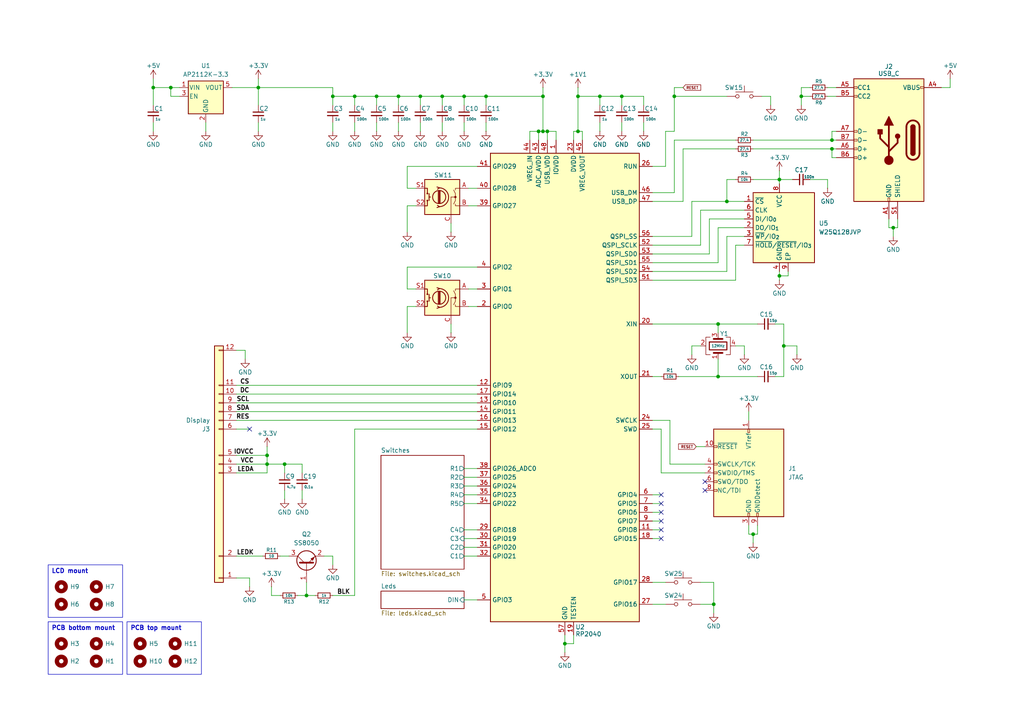
<source format=kicad_sch>
(kicad_sch (version 20250114) (generator "eeschema") (generator_version "9.0")
  (paper "A4")
  (text_box "LCD mount" (at 13.97 163.83 0) (size 21.59 15.24) (margins 0.9525 0.9525 0.9525 0.9525) (effects (font (size 1.27 1.27) (thickness 0.254) (bold yes)) (justify left top)))
  (text_box "PCB bottom mount" (at 13.97 180.34 0) (size 21.59 15.24) (margins 0.9525 0.9525 0.9525 0.9525) (effects (font (size 1.27 1.27) (thickness 0.254) (bold yes)) (justify left top)))
  (text_box "PCB top mount" (at 36.83 180.34 0) (size 21.59 15.24) (margins 0.9525 0.9525 0.9525 0.9525) (effects (font (size 1.27 1.27) (thickness 0.254) (bold yes)) (justify left top)))
  (junction (at 226.06 80.01))
  (junction (at 173.99 27.94))
  (junction (at 49.53 25.4))
  (junction (at 208.28 109.22))
  (junction (at 218.44 154.94))
  (junction (at 128.27 27.94))
  (junction (at 195.58 27.94))
  (junction (at 102.87 27.94))
  (junction (at 134.62 27.94))
  (junction (at 227.33 100.33))
  (junction (at 163.83 186.69))
  (junction (at 232.41 27.94))
  (junction (at 210.82 58.42))
  (junction (at 82.55 134.62))
  (junction (at 180.34 27.94))
  (junction (at 167.64 27.94))
  (junction (at 88.9 172.72))
  (junction (at 44.45 25.4))
  (junction (at 140.97 27.94))
  (junction (at 157.48 27.94))
  (junction (at 157.48 38.1))
  (junction (at 259.08 66.04))
  (junction (at 208.28 93.98))
  (junction (at 226.06 52.07))
  (junction (at 109.22 27.94))
  (junction (at 241.3 40.64))
  (junction (at 241.3 43.18))
  (junction (at 96.52 27.94))
  (junction (at 74.93 25.4))
  (junction (at 156.21 38.1))
  (junction (at 77.47 134.62))
  (junction (at 207.01 175.26))
  (junction (at 167.64 38.1))
  (junction (at 121.92 27.94))
  (junction (at 115.57 27.94))
  (junction (at 77.47 132.08))
  (junction (at 158.75 38.1))
  (no_connect (at 191.77 153.67))
  (no_connect (at 191.77 148.59))
  (no_connect (at 204.47 142.24))
  (no_connect (at 191.77 151.13))
  (no_connect (at 72.39 124.46))
  (no_connect (at 204.47 139.7))
  (no_connect (at 191.77 146.05))
  (no_connect (at 191.77 143.51))
  (no_connect (at 191.77 156.21))
  (wire (pts (xy 102.87 124.46) (xy 138.43 124.46)))
  (wire (pts (xy 166.37 184.15) (xy 166.37 186.69)))
  (wire (pts (xy 68.58 116.84) (xy 138.43 116.84)))
  (wire (pts (xy 71.12 101.6) (xy 71.12 104.14)))
  (wire (pts (xy 208.28 109.22) (xy 219.71 109.22)))
  (wire (pts (xy 74.93 22.86) (xy 74.93 25.4)))
  (wire (pts (xy 134.62 140.97) (xy 138.43 140.97)))
  (wire (pts (xy 158.75 38.1) (xy 157.48 38.1)))
  (wire (pts (xy 260.35 63.5) (xy 260.35 66.04)))
  (wire (pts (xy 208.28 66.04) (xy 215.9 66.04)))
  (wire (pts (xy 259.08 66.04) (xy 260.35 66.04)))
  (wire (pts (xy 193.04 38.1) (xy 195.58 38.1)))
  (wire (pts (xy 196.85 109.22) (xy 208.28 109.22)))
  (wire (pts (xy 102.87 27.94) (xy 109.22 27.94)))
  (wire (pts (xy 121.92 35.56) (xy 121.92 38.1)))
  (wire (pts (xy 49.53 25.4) (xy 49.53 27.94)))
  (wire (pts (xy 273.05 25.4) (xy 275.59 25.4)))
  (wire (pts (xy 78.74 170.18) (xy 78.74 172.72)))
  (wire (pts (xy 134.62 30.48) (xy 134.62 27.94)))
  (wire (pts (xy 68.58 167.64) (xy 72.39 167.64)))
  (wire (pts (xy 200.66 58.42) (xy 210.82 58.42)))
  (wire (pts (xy 156.21 38.1) (xy 156.21 40.64)))
  (wire (pts (xy 118.11 59.69) (xy 118.11 67.31)))
  (wire (pts (xy 203.2 60.96) (xy 215.9 60.96)))
  (wire (pts (xy 210.82 58.42) (xy 210.82 52.07)))
  (wire (pts (xy 153.67 38.1) (xy 156.21 38.1)))
  (wire (pts (xy 77.47 129.54) (xy 77.47 132.08)))
  (wire (pts (xy 189.23 143.51) (xy 191.77 143.51)))
  (wire (pts (xy 128.27 27.94) (xy 134.62 27.94)))
  (wire (pts (xy 232.41 25.4) (xy 232.41 27.94)))
  (wire (pts (xy 203.2 100.33) (xy 200.66 100.33)))
  (wire (pts (xy 166.37 38.1) (xy 167.64 38.1)))
  (wire (pts (xy 109.22 27.94) (xy 115.57 27.94)))
  (wire (pts (xy 231.14 100.33) (xy 231.14 102.87)))
  (wire (pts (xy 220.98 27.94) (xy 223.52 27.94)))
  (wire (pts (xy 121.92 30.48) (xy 121.92 27.94)))
  (wire (pts (xy 82.55 142.24) (xy 82.55 144.78)))
  (wire (pts (xy 189.23 68.58) (xy 200.66 68.58)))
  (wire (pts (xy 227.33 100.33) (xy 231.14 100.33)))
  (wire (pts (xy 240.03 25.4) (xy 242.57 25.4)))
  (wire (pts (xy 234.95 25.4) (xy 232.41 25.4)))
  (wire (pts (xy 210.82 58.42) (xy 215.9 58.42)))
  (wire (pts (xy 130.81 93.98) (xy 130.81 96.52)))
  (wire (pts (xy 189.23 124.46) (xy 191.77 124.46)))
  (wire (pts (xy 59.69 35.56) (xy 59.69 38.1)))
  (wire (pts (xy 81.28 161.29) (xy 83.82 161.29)))
  (wire (pts (xy 134.62 153.67) (xy 138.43 153.67)))
  (wire (pts (xy 49.53 25.4) (xy 44.45 25.4)))
  (wire (pts (xy 241.3 40.64) (xy 242.57 40.64)))
  (wire (pts (xy 118.11 48.26) (xy 138.43 48.26)))
  (wire (pts (xy 115.57 35.56) (xy 115.57 38.1)))
  (wire (pts (xy 275.59 22.86) (xy 275.59 25.4)))
  (wire (pts (xy 189.23 146.05) (xy 191.77 146.05)))
  (wire (pts (xy 78.74 172.72) (xy 81.28 172.72)))
  (wire (pts (xy 120.65 59.69) (xy 118.11 59.69)))
  (wire (pts (xy 74.93 35.56) (xy 74.93 38.1)))
  (wire (pts (xy 217.17 119.38) (xy 217.17 121.92)))
  (wire (pts (xy 44.45 22.86) (xy 44.45 25.4)))
  (wire (pts (xy 77.47 134.62) (xy 82.55 134.62)))
  (wire (pts (xy 203.2 168.91) (xy 207.01 168.91)))
  (wire (pts (xy 161.29 38.1) (xy 158.75 38.1)))
  (wire (pts (xy 226.06 52.07) (xy 229.87 52.07)))
  (wire (pts (xy 241.3 43.18) (xy 242.57 43.18)))
  (wire (pts (xy 68.58 119.38) (xy 138.43 119.38)))
  (wire (pts (xy 259.08 66.04) (xy 259.08 68.58)))
  (wire (pts (xy 189.23 168.91) (xy 193.04 168.91)))
  (wire (pts (xy 52.07 25.4) (xy 49.53 25.4)))
  (wire (pts (xy 118.11 88.9) (xy 118.11 96.52)))
  (wire (pts (xy 134.62 35.56) (xy 134.62 38.1)))
  (wire (pts (xy 195.58 38.1) (xy 195.58 27.94)))
  (wire (pts (xy 158.75 40.64) (xy 158.75 38.1)))
  (wire (pts (xy 205.74 73.66) (xy 205.74 63.5)))
  (wire (pts (xy 189.23 81.28) (xy 213.36 81.28)))
  (wire (pts (xy 68.58 124.46) (xy 72.39 124.46)))
  (wire (pts (xy 115.57 27.94) (xy 121.92 27.94)))
  (wire (pts (xy 218.44 154.94) (xy 219.71 154.94)))
  (wire (pts (xy 77.47 134.62) (xy 77.47 132.08)))
  (wire (pts (xy 163.83 184.15) (xy 163.83 186.69)))
  (wire (pts (xy 109.22 35.56) (xy 109.22 38.1)))
  (wire (pts (xy 200.66 100.33) (xy 200.66 102.87)))
  (wire (pts (xy 195.58 40.64) (xy 213.36 40.64)))
  (wire (pts (xy 72.39 167.64) (xy 72.39 170.18)))
  (wire (pts (xy 210.82 68.58) (xy 215.9 68.58)))
  (wire (pts (xy 241.3 43.18) (xy 241.3 45.72)))
  (wire (pts (xy 96.52 27.94) (xy 102.87 27.94)))
  (wire (pts (xy 167.64 25.4) (xy 167.64 27.94)))
  (wire (pts (xy 189.23 55.88) (xy 195.58 55.88)))
  (wire (pts (xy 218.44 154.94) (xy 218.44 157.48)))
  (wire (pts (xy 120.65 54.61) (xy 118.11 54.61)))
  (wire (pts (xy 77.47 137.16) (xy 77.47 134.62)))
  (wire (pts (xy 217.17 152.4) (xy 217.17 154.94)))
  (wire (pts (xy 195.58 25.4) (xy 195.58 27.94)))
  (wire (pts (xy 135.89 88.9) (xy 138.43 88.9)))
  (wire (pts (xy 74.93 25.4) (xy 74.93 30.48)))
  (wire (pts (xy 194.31 134.62) (xy 194.31 121.92)))
  (wire (pts (xy 86.36 172.72) (xy 88.9 172.72)))
  (wire (pts (xy 213.36 71.12) (xy 215.9 71.12)))
  (wire (pts (xy 226.06 80.01) (xy 226.06 81.28)))
  (wire (pts (xy 134.62 146.05) (xy 138.43 146.05)))
  (wire (pts (xy 208.28 104.14) (xy 208.28 109.22)))
  (wire (pts (xy 135.89 59.69) (xy 138.43 59.69)))
  (wire (pts (xy 166.37 40.64) (xy 166.37 38.1)))
  (wire (pts (xy 242.57 45.72) (xy 241.3 45.72)))
  (wire (pts (xy 189.23 153.67) (xy 191.77 153.67)))
  (wire (pts (xy 195.58 25.4) (xy 198.12 25.4)))
  (wire (pts (xy 189.23 93.98) (xy 208.28 93.98)))
  (wire (pts (xy 228.6 80.01) (xy 226.06 80.01)))
  (wire (pts (xy 189.23 78.74) (xy 210.82 78.74)))
  (wire (pts (xy 208.28 93.98) (xy 219.71 93.98)))
  (wire (pts (xy 134.62 27.94) (xy 140.97 27.94)))
  (wire (pts (xy 189.23 48.26) (xy 193.04 48.26)))
  (wire (pts (xy 207.01 175.26) (xy 207.01 177.8)))
  (wire (pts (xy 96.52 25.4) (xy 96.52 27.94)))
  (wire (pts (xy 189.23 73.66) (xy 205.74 73.66)))
  (wire (pts (xy 167.64 38.1) (xy 167.64 27.94)))
  (wire (pts (xy 134.62 158.75) (xy 138.43 158.75)))
  (wire (pts (xy 130.81 64.77) (xy 130.81 67.31)))
  (wire (pts (xy 213.36 81.28) (xy 213.36 71.12)))
  (wire (pts (xy 134.62 143.51) (xy 138.43 143.51)))
  (wire (pts (xy 68.58 137.16) (xy 77.47 137.16)))
  (wire (pts (xy 201.93 129.54) (xy 204.47 129.54)))
  (wire (pts (xy 68.58 134.62) (xy 77.47 134.62)))
  (wire (pts (xy 200.66 68.58) (xy 200.66 58.42)))
  (wire (pts (xy 213.36 100.33) (xy 215.9 100.33)))
  (wire (pts (xy 241.3 38.1) (xy 241.3 40.64)))
  (wire (pts (xy 228.6 78.74) (xy 228.6 80.01)))
  (wire (pts (xy 134.62 156.21) (xy 138.43 156.21)))
  (wire (pts (xy 173.99 27.94) (xy 173.99 30.48)))
  (wire (pts (xy 189.23 71.12) (xy 203.2 71.12)))
  (wire (pts (xy 167.64 38.1) (xy 168.91 38.1)))
  (wire (pts (xy 186.69 27.94) (xy 186.69 30.48)))
  (wire (pts (xy 128.27 30.48) (xy 128.27 27.94)))
  (wire (pts (xy 208.28 76.2) (xy 208.28 66.04)))
  (wire (pts (xy 224.79 93.98) (xy 227.33 93.98)))
  (wire (pts (xy 257.81 63.5) (xy 257.81 66.04)))
  (wire (pts (xy 93.98 161.29) (xy 96.52 161.29)))
  (wire (pts (xy 218.44 52.07) (xy 226.06 52.07)))
  (wire (pts (xy 68.58 132.08) (xy 77.47 132.08)))
  (wire (pts (xy 118.11 83.82) (xy 118.11 77.47)))
  (wire (pts (xy 166.37 186.69) (xy 163.83 186.69)))
  (wire (pts (xy 96.52 35.56) (xy 96.52 38.1)))
  (wire (pts (xy 203.2 175.26) (xy 207.01 175.26)))
  (wire (pts (xy 157.48 38.1) (xy 156.21 38.1)))
  (wire (pts (xy 204.47 134.62) (xy 194.31 134.62)))
  (wire (pts (xy 242.57 38.1) (xy 241.3 38.1)))
  (wire (pts (xy 226.06 78.74) (xy 226.06 80.01)))
  (wire (pts (xy 140.97 27.94) (xy 157.48 27.94)))
  (wire (pts (xy 218.44 40.64) (xy 241.3 40.64)))
  (wire (pts (xy 226.06 52.07) (xy 226.06 53.34)))
  (wire (pts (xy 96.52 30.48) (xy 96.52 27.94)))
  (wire (pts (xy 210.82 78.74) (xy 210.82 68.58)))
  (wire (pts (xy 240.03 52.07) (xy 240.03 54.61)))
  (wire (pts (xy 102.87 172.72) (xy 102.87 124.46)))
  (wire (pts (xy 120.65 88.9) (xy 118.11 88.9)))
  (wire (pts (xy 195.58 55.88) (xy 195.58 40.64)))
  (wire (pts (xy 115.57 30.48) (xy 115.57 27.94)))
  (wire (pts (xy 193.04 48.26) (xy 193.04 38.1)))
  (wire (pts (xy 128.27 35.56) (xy 128.27 38.1)))
  (wire (pts (xy 168.91 38.1) (xy 168.91 40.64)))
  (wire (pts (xy 210.82 52.07) (xy 213.36 52.07)))
  (wire (pts (xy 194.31 121.92) (xy 189.23 121.92)))
  (wire (pts (xy 68.58 101.6) (xy 71.12 101.6)))
  (wire (pts (xy 44.45 25.4) (xy 44.45 30.48)))
  (wire (pts (xy 102.87 30.48) (xy 102.87 27.94)))
  (wire (pts (xy 257.81 66.04) (xy 259.08 66.04)))
  (wire (pts (xy 218.44 43.18) (xy 241.3 43.18)))
  (wire (pts (xy 82.55 134.62) (xy 87.63 134.62)))
  (wire (pts (xy 102.87 35.56) (xy 102.87 38.1)))
  (wire (pts (xy 227.33 93.98) (xy 227.33 100.33)))
  (wire (pts (xy 215.9 100.33) (xy 215.9 102.87)))
  (wire (pts (xy 140.97 30.48) (xy 140.97 27.94)))
  (wire (pts (xy 180.34 27.94) (xy 180.34 30.48)))
  (wire (pts (xy 87.63 134.62) (xy 87.63 137.16)))
  (wire (pts (xy 198.12 43.18) (xy 213.36 43.18)))
  (wire (pts (xy 134.62 173.99) (xy 138.43 173.99)))
  (wire (pts (xy 134.62 161.29) (xy 138.43 161.29)))
  (wire (pts (xy 208.28 93.98) (xy 208.28 96.52)))
  (wire (pts (xy 121.92 27.94) (xy 128.27 27.94)))
  (wire (pts (xy 173.99 27.94) (xy 180.34 27.94)))
  (wire (pts (xy 232.41 27.94) (xy 234.95 27.94)))
  (wire (pts (xy 68.58 111.76) (xy 138.43 111.76)))
  (wire (pts (xy 195.58 27.94) (xy 210.82 27.94)))
  (wire (pts (xy 153.67 40.64) (xy 153.67 38.1)))
  (wire (pts (xy 232.41 27.94) (xy 232.41 30.48)))
  (wire (pts (xy 68.58 121.92) (xy 138.43 121.92)))
  (wire (pts (xy 219.71 154.94) (xy 219.71 152.4)))
  (wire (pts (xy 217.17 154.94) (xy 218.44 154.94)))
  (wire (pts (xy 161.29 40.64) (xy 161.29 38.1)))
  (wire (pts (xy 118.11 77.47) (xy 138.43 77.47)))
  (wire (pts (xy 205.74 63.5) (xy 215.9 63.5)))
  (wire (pts (xy 189.23 156.21) (xy 191.77 156.21)))
  (wire (pts (xy 96.52 172.72) (xy 102.87 172.72)))
  (wire (pts (xy 226.06 49.53) (xy 226.06 52.07)))
  (wire (pts (xy 118.11 54.61) (xy 118.11 48.26)))
  (wire (pts (xy 189.23 148.59) (xy 191.77 148.59)))
  (wire (pts (xy 68.58 161.29) (xy 76.2 161.29)))
  (wire (pts (xy 234.95 52.07) (xy 240.03 52.07)))
  (wire (pts (xy 240.03 27.94) (xy 242.57 27.94)))
  (wire (pts (xy 189.23 76.2) (xy 208.28 76.2)))
  (wire (pts (xy 140.97 35.56) (xy 140.97 38.1)))
  (wire (pts (xy 223.52 27.94) (xy 223.52 30.48)))
  (wire (pts (xy 82.55 134.62) (xy 82.55 137.16)))
  (wire (pts (xy 189.23 151.13) (xy 191.77 151.13)))
  (wire (pts (xy 157.48 27.94) (xy 157.48 38.1)))
  (wire (pts (xy 44.45 35.56) (xy 44.45 38.1)))
  (wire (pts (xy 191.77 137.16) (xy 204.47 137.16)))
  (wire (pts (xy 198.12 58.42) (xy 189.23 58.42)))
  (wire (pts (xy 180.34 35.56) (xy 180.34 38.1)))
  (wire (pts (xy 67.31 25.4) (xy 74.93 25.4)))
  (wire (pts (xy 191.77 124.46) (xy 191.77 137.16)))
  (wire (pts (xy 120.65 83.82) (xy 118.11 83.82)))
  (wire (pts (xy 227.33 100.33) (xy 227.33 109.22)))
  (wire (pts (xy 163.83 186.69) (xy 163.83 189.23)))
  (wire (pts (xy 227.33 109.22) (xy 224.79 109.22)))
  (wire (pts (xy 135.89 83.82) (xy 138.43 83.82)))
  (wire (pts (xy 74.93 25.4) (xy 96.52 25.4)))
  (wire (pts (xy 68.58 114.3) (xy 138.43 114.3)))
  (wire (pts (xy 52.07 27.94) (xy 49.53 27.94)))
  (wire (pts (xy 198.12 43.18) (xy 198.12 58.42)))
  (wire (pts (xy 157.48 25.4) (xy 157.48 27.94)))
  (wire (pts (xy 186.69 35.56) (xy 186.69 38.1)))
  (wire (pts (xy 88.9 172.72) (xy 91.44 172.72)))
  (wire (pts (xy 180.34 27.94) (xy 186.69 27.94)))
  (wire (pts (xy 135.89 54.61) (xy 138.43 54.61)))
  (wire (pts (xy 173.99 35.56) (xy 173.99 38.1)))
  (wire (pts (xy 167.64 27.94) (xy 173.99 27.94)))
  (wire (pts (xy 134.62 135.89) (xy 138.43 135.89)))
  (wire (pts (xy 189.23 109.22) (xy 191.77 109.22)))
  (wire (pts (xy 96.52 161.29) (xy 96.52 163.83)))
  (wire (pts (xy 207.01 168.91) (xy 207.01 175.26)))
  (wire (pts (xy 109.22 30.48) (xy 109.22 27.94)))
  (wire (pts (xy 134.62 138.43) (xy 138.43 138.43)))
  (wire (pts (xy 88.9 168.91) (xy 88.9 172.72)))
  (wire (pts (xy 203.2 71.12) (xy 203.2 60.96)))
  (wire (pts (xy 189.23 175.26) (xy 193.04 175.26)))
  (wire (pts (xy 87.63 142.24) (xy 87.63 144.78)))
  (label "SCL" (at 72.39 116.84 180) (effects (font (thickness 0.254) (bold yes))))
  (label "CS" (at 72.39 111.76 180) (effects (font (thickness 0.254) (bold yes))))
  (label "LEDA" (at 73.66 137.16 180) (effects (font (thickness 0.254) (bold yes))))
  (label "LEDK" (at 73.66 161.29 180) (effects (font (thickness 0.254) (bold yes))))
  (label "IOVCC" (at 73.66 132.08 180) (effects (font (thickness 0.254) (bold yes))))
  (label "RES" (at 72.39 121.92 180) (effects (font (thickness 0.254) (bold yes))))
  (label "BLK" (at 101.6 172.72 180) (effects (font (thickness 0.254) (bold yes))))
  (label "DC" (at 72.39 114.3 180) (effects (font (thickness 0.254) (bold yes))))
  (label "VCC" (at 73.66 134.62 180) (effects (font (thickness 0.254) (bold yes))))
  (label "SDA" (at 72.39 119.38 180) (effects (font (thickness 0.254) (bold yes))))
  (global_label "RESET" (shape input) (at 198.12 25.4 0) (effects (font (size 0.762 0.762) (thickness 0.1524) (bold yes))) (property "Intersheetrefs" "${INTERSHEET_REFS}" (effects (hide yes))))
  (global_label "RESET" (shape input) (at 201.93 129.54 180) (effects (font (size 0.762 0.762) (thickness 0.1524) (bold yes))) (property "Intersheetrefs" "${INTERSHEET_REFS}" (effects (hide yes))))
  (symbol (lib_id "Connector:USB_C_Receptacle_USB2.0_14P") (at 257.81 40.64 0) (mirror y) (unit 1)
    (property "Reference" "J2" (at 257.81 19.304 0))
    (property "Value" "USB_C" (at 257.81 21.336 0))
    (property "Footprint" "Connector_USB:USB_C_Receptacle_JAE_DX07S016JA1R1500" (effects (hide yes)))
    (property "Datasheet" "https://www.usb.org/sites/default/files/documents/usb_type-c.zip" (effects (hide yes)))
    (property "Description" "USB 2.0-only 14P Type-C Receptacle connector" (effects (hide yes)))
  )
  (symbol (lib_id "Mechanical:MountingHole") (at 27.94 170.18 0) (unit 1) (in_bom no)
    (property "Reference" "H7" (at 30.48 170.1799 0) (effects (justify left)))
    (property "Value" "MountingHole" (effects (hide yes)))
    (property "Footprint" "MountingHole:MountingHole_2.2mm_M2_DIN965" (effects (hide yes)))
    (property "Description" "Mounting Hole without connection" (effects (hide yes)))
  )
  (symbol (lib_id "Memory_Flash:W25Q128JVP") (at 226.06 66.04 0) (unit 1)
    (property "Reference" "U5" (at 237.49 64.7699 0) (effects (justify left)))
    (property "Value" "W25Q128JVP" (at 237.49 67.3099 0) (effects (justify left)))
    (property "Footprint" "Package_SON:WSON-8-1EP_6x5mm_P1.27mm_EP3.4x4.3mm" (effects (hide yes)))
    (property "Datasheet" "https://www.winbond.com/resource-files/w25q128jv_dtr%20revc%2003272018%20plus.pdf" (effects (hide yes)))
    (property "Description" "128Mbit / 16MiB Serial Flash Memory, Standard/Dual/Quad SPI, 2.7-3.6V, WSON-8" (effects (hide yes)))
  )
  (symbol (lib_id "Mechanical:MountingHole") (at 17.78 175.26 0) (unit 1) (in_bom no)
    (property "Reference" "H6" (at 20.32 175.2599 0) (effects (justify left)))
    (property "Value" "MountingHole" (effects (hide yes)))
    (property "Footprint" "MountingHole:MountingHole_2.2mm_M2_DIN965" (effects (hide yes)))
    (property "Description" "Mounting Hole without connection" (effects (hide yes)))
  )
  (symbol (lib_id "power:GND") (at 71.12 104.14 0) (mirror y) (unit 1)
    (property "Reference" "#PWR052" (effects (hide yes)))
    (property "Value" "GND" (at 71.12 107.95 0))
    (property "Description" "Power symbol creates a global label with name \"GND\" , ground" (effects (hide yes)))
  )
  (symbol (lib_id "power:+5V") (at 44.45 22.86 0) (unit 1)
    (property "Reference" "#PWR01" (effects (hide yes)))
    (property "Value" "+5V" (at 44.45 19.05 0))
    (property "Description" "Power symbol creates a global label with name \"+5V\"" (effects (hide yes)))
  )
  (symbol (lib_id "power:GND") (at 44.45 38.1 0) (unit 1)
    (property "Reference" "#PWR02" (effects (hide yes)))
    (property "Value" "GND" (at 44.45 41.91 0))
    (property "Description" "Power symbol creates a global label with name \"GND\" , ground" (effects (hide yes)))
  )
  (symbol (lib_id "Device:C_Small") (at 115.57 33.02 0) (unit 1)
    (property "Reference" "C6" (at 115.824 31.496 0) (effects (justify left)))
    (property "Value" "100n" (at 116.078 34.544 0) (effects (font (size 0.762 0.762) (thickness 0.1524) (bold yes)) (justify left)))
    (property "Footprint" "Capacitor_SMD:C_0402_1005Metric" (effects (hide yes)))
    (property "Description" "Unpolarized capacitor, small symbol" (effects (hide yes)))
  )
  (symbol (lib_id "Switch:SW_Push") (at 198.12 175.26 0) (unit 1)
    (property "Reference" "SW24" (at 195.326 172.72 0))
    (property "Value" "Kailh choc v2" (effects (hide yes)))
    (property "Footprint" "Button_Switch_THT:SW_PUSH_6mm" (effects (hide yes)))
    (property "Description" "Push button switch, generic, two pins" (effects (hide yes)))
  )
  (symbol (lib_id "Device:C_Small") (at 44.45 33.02 0) (unit 1)
    (property "Reference" "C1" (at 44.704 31.496 0) (effects (justify left)))
    (property "Value" "1u" (at 44.958 34.544 0) (effects (font (size 0.762 0.762) (thickness 0.1524) (bold yes)) (justify left)))
    (property "Footprint" "Capacitor_SMD:C_0402_1005Metric" (effects (hide yes)))
    (property "Description" "Unpolarized capacitor, small symbol" (effects (hide yes)))
  )
  (symbol (lib_id "Device:R_Small") (at 215.9 52.07 90) (unit 1)
    (property "Reference" "R4" (at 215.9 50.292 90) (effects (font (size 1.016 1.016))))
    (property "Value" "10k" (at 215.9 52.07 90) (effects (font (size 0.762 0.762) (thickness 0.1524) (bold yes))))
    (property "Footprint" "Resistor_SMD:R_0402_1005Metric" (effects (hide yes)))
    (property "Description" "Resistor, small symbol" (effects (hide yes)))
  )
  (symbol (lib_id "power:GND") (at 259.08 68.58 0) (unit 1)
    (property "Reference" "#PWR035" (effects (hide yes)))
    (property "Value" "GND" (at 259.08 72.39 0))
    (property "Description" "Power symbol creates a global label with name \"GND\" , ground" (effects (hide yes)))
  )
  (symbol (lib_id "Switch:SW_Push") (at 215.9 27.94 0) (unit 1)
    (property "Reference" "SW15" (at 212.852 25.4 0))
    (property "Value" "RESET" (effects (hide yes)))
    (property "Footprint" "Button_Switch_SMD:SW_Push_1P1T_NO_CK_KMR2" (effects (hide yes)))
    (property "Description" "Push button switch, generic, two pins" (effects (hide yes)))
  )
  (symbol (lib_id "Device:C_Small") (at 232.41 52.07 270) (unit 1)
    (property "Reference" "C17" (at 232.41 49.276 90))
    (property "Value" "100n" (at 234.696 51.308 90) (effects (font (size 0.762 0.762) (thickness 0.1524) (bold yes))))
    (property "Footprint" "Capacitor_SMD:C_0402_1005Metric" (effects (hide yes)))
    (property "Description" "Unpolarized capacitor, small symbol" (effects (hide yes)))
  )
  (symbol (lib_id "Device:R_Small") (at 93.98 172.72 90) (unit 1)
    (property "Reference" "R12" (at 93.98 174.498 90) (effects (font (size 1.016 1.016))))
    (property "Value" "1k" (at 93.98 172.72 90) (effects (font (size 0.762 0.762) (thickness 0.1524) (bold yes))))
    (property "Footprint" "Resistor_SMD:R_0402_1005Metric" (effects (hide yes)))
    (property "Description" "Resistor, small symbol" (effects (hide yes)))
  )
  (symbol (lib_id "Device:C_Small") (at 82.55 139.7 0) (unit 1)
    (property "Reference" "C9" (at 82.804 138.176 0) (effects (justify left)))
    (property "Value" "4.7u" (at 83.058 141.224 0) (effects (font (size 0.762 0.762) (thickness 0.1524) (bold yes)) (justify left)))
    (property "Footprint" "Capacitor_SMD:C_0402_1005Metric" (effects (hide yes)))
    (property "Description" "Unpolarized capacitor, small symbol" (effects (hide yes)))
  )
  (symbol (lib_id "Device:R_Small") (at 215.9 43.18 90) (unit 1)
    (property "Reference" "R3" (at 215.9 44.958 90) (effects (font (size 1.016 1.016))))
    (property "Value" "27,4" (at 215.9 43.18 90) (effects (font (size 0.762 0.762) (thickness 0.1524) (bold yes))))
    (property "Footprint" "Resistor_SMD:R_0402_1005Metric" (effects (hide yes)))
    (property "Description" "Resistor, small symbol" (effects (hide yes)))
  )
  (symbol (lib_id "power:+3.3V") (at 226.06 49.53 0) (unit 1)
    (property "Reference" "#PWR030" (effects (hide yes)))
    (property "Value" "+3.3V" (at 226.06 45.72 0))
    (property "Description" "Power symbol creates a global label with name \"+3.3V\"" (effects (hide yes)))
  )
  (symbol (lib_id "Mechanical:MountingHole") (at 17.78 170.18 0) (unit 1) (in_bom no)
    (property "Reference" "H9" (at 20.32 170.1799 0) (effects (justify left)))
    (property "Value" "MountingHole" (effects (hide yes)))
    (property "Footprint" "MountingHole:MountingHole_2.2mm_M2_DIN965" (effects (hide yes)))
    (property "Description" "Mounting Hole without connection" (effects (hide yes)))
  )
  (symbol (lib_id "power:GND") (at 218.44 157.48 0) (mirror y) (unit 1)
    (property "Reference" "#PWR028" (effects (hide yes)))
    (property "Value" "GND" (at 218.44 161.29 0))
    (property "Description" "Power symbol creates a global label with name \"GND\" , ground" (effects (hide yes)))
  )
  (symbol (lib_id "power:GND") (at 163.83 189.23 0) (unit 1)
    (property "Reference" "#PWR020" (effects (hide yes)))
    (property "Value" "GND" (at 163.83 193.04 0))
    (property "Description" "Power symbol creates a global label with name \"GND\" , ground" (effects (hide yes)))
  )
  (symbol (lib_id "Device:R_Small") (at 78.74 161.29 90) (unit 1)
    (property "Reference" "R11" (at 78.74 159.512 90) (effects (font (size 1.016 1.016))))
    (property "Value" "10" (at 78.74 161.29 90) (effects (font (size 0.762 0.762) (thickness 0.1524) (bold yes))))
    (property "Footprint" "Resistor_SMD:R_0402_1005Metric" (effects (hide yes)))
    (property "Description" "Resistor, small symbol" (effects (hide yes)))
  )
  (symbol (lib_id "Device:C_Small") (at 173.99 33.02 0) (unit 1)
    (property "Reference" "C12" (at 174.244 31.496 0) (effects (justify left)))
    (property "Value" "1u" (at 174.498 34.544 0) (effects (font (size 0.762 0.762) (thickness 0.1524) (bold yes)) (justify left)))
    (property "Footprint" "Capacitor_SMD:C_0402_1005Metric" (effects (hide yes)))
    (property "Description" "Unpolarized capacitor, small symbol" (effects (hide yes)))
  )
  (symbol (lib_id "power:GND") (at 74.93 38.1 0) (unit 1)
    (property "Reference" "#PWR05" (effects (hide yes)))
    (property "Value" "GND" (at 74.93 41.91 0))
    (property "Description" "Power symbol creates a global label with name \"GND\" , ground" (effects (hide yes)))
  )
  (symbol (lib_id "power:GND") (at 232.41 30.48 0) (unit 1)
    (property "Reference" "#PWR033" (effects (hide yes)))
    (property "Value" "GND" (at 232.41 34.29 0))
    (property "Description" "Power symbol creates a global label with name \"GND\" , ground" (effects (hide yes)))
  )
  (symbol (lib_id "Mechanical:MountingHole") (at 27.94 191.77 0) (unit 1) (in_bom no)
    (property "Reference" "H1" (at 30.48 191.7699 0) (effects (justify left)))
    (property "Value" "MountingHole" (effects (hide yes)))
    (property "Footprint" "MountingHole:MountingHole_2.2mm_M2_DIN965" (effects (hide yes)))
    (property "Description" "Mounting Hole without connection" (effects (hide yes)))
  )
  (symbol (lib_id "power:GND") (at 109.22 38.1 0) (unit 1)
    (property "Reference" "#PWR010" (effects (hide yes)))
    (property "Value" "GND" (at 109.22 41.91 0))
    (property "Description" "Power symbol creates a global label with name \"GND\" , ground" (effects (hide yes)))
  )
  (symbol (lib_id "Switch:SW_Push") (at 198.12 168.91 0) (unit 1)
    (property "Reference" "SW25" (at 195.326 166.37 0))
    (property "Value" "Kailh choc v2" (effects (hide yes)))
    (property "Footprint" "Button_Switch_THT:SW_PUSH_6mm" (effects (hide yes)))
    (property "Description" "Push button switch, generic, two pins" (effects (hide yes)))
  )
  (symbol (lib_id "Device:C_Small") (at 222.25 93.98 90) (unit 1)
    (property "Reference" "C15" (at 222.25 91.186 90))
    (property "Value" "15p" (at 224.282 92.964 90) (effects (font (size 0.762 0.762) (thickness 0.1524) (bold yes))))
    (property "Footprint" "Capacitor_SMD:C_0402_1005Metric" (effects (hide yes)))
    (property "Description" "Unpolarized capacitor, small symbol" (effects (hide yes)))
  )
  (symbol (lib_id "power:GND") (at 134.62 38.1 0) (unit 1)
    (property "Reference" "#PWR016" (effects (hide yes)))
    (property "Value" "GND" (at 134.62 41.91 0))
    (property "Description" "Power symbol creates a global label with name \"GND\" , ground" (effects (hide yes)))
  )
  (symbol (lib_id "power:GND") (at 130.81 96.52 0) (mirror y) (unit 1)
    (property "Reference" "#PWR012" (effects (hide yes)))
    (property "Value" "GND" (at 130.81 100.33 0))
    (property "Description" "Power symbol creates a global label with name \"GND\" , ground" (effects (hide yes)))
  )
  (symbol (lib_id "Connector_Generic:Conn_01x12") (at 63.5 124.46 180) (unit 1)
    (property "Reference" "J3" (at 60.96 124.4601 0) (effects (justify left)))
    (property "Value" "Display" (at 60.96 121.9201 0) (effects (justify left)))
    (property "Footprint" "Connector_FFC-FPC:Hirose_FH12-12S-0.5SH_1x12-1MP_P0.50mm_Horizontal" (effects (hide yes)))
    (property "Description" "Generic connector, single row, 01x12, script generated (kicad-library-utils/schlib/autogen/connector/)" (effects (hide yes)))
  )
  (symbol (lib_id "power:GND") (at 207.01 177.8 0) (mirror y) (unit 1)
    (property "Reference" "#PWR056" (effects (hide yes)))
    (property "Value" "GND" (at 207.01 181.61 0))
    (property "Description" "Power symbol creates a global label with name \"GND\" , ground" (effects (hide yes)))
  )
  (symbol (lib_id "Mechanical:MountingHole") (at 50.8 191.77 0) (unit 1) (in_bom no)
    (property "Reference" "H12" (at 53.34 191.7699 0) (effects (justify left)))
    (property "Value" "MountingHole" (effects (hide yes)))
    (property "Footprint" "MountingHole:MountingHole_2.2mm_M2_DIN965" (effects (hide yes)))
    (property "Description" "Mounting Hole without connection" (effects (hide yes)))
  )
  (symbol (lib_id "Device:R_Small") (at 194.31 109.22 90) (unit 1)
    (property "Reference" "R1" (at 194.31 107.442 90) (effects (font (size 1.016 1.016))))
    (property "Value" "10k" (at 194.31 109.22 90) (effects (font (size 0.762 0.762) (thickness 0.1524) (bold yes))))
    (property "Footprint" "Resistor_SMD:R_0402_1005Metric" (effects (hide yes)))
    (property "Description" "Resistor, small symbol" (effects (hide yes)))
  )
  (symbol (lib_id "Device:R_Small") (at 215.9 40.64 90) (unit 1)
    (property "Reference" "R2" (at 215.9 38.862 90) (effects (font (size 1.016 1.016))))
    (property "Value" "27,4" (at 215.9 40.64 90) (effects (font (size 0.762 0.762) (thickness 0.1524) (bold yes))))
    (property "Footprint" "Resistor_SMD:R_0402_1005Metric" (effects (hide yes)))
    (property "Description" "Resistor, small symbol" (effects (hide yes)))
  )
  (symbol (lib_id "power:GND") (at 186.69 38.1 0) (unit 1)
    (property "Reference" "#PWR024" (effects (hide yes)))
    (property "Value" "GND" (at 186.69 41.91 0))
    (property "Description" "Power symbol creates a global label with name \"GND\" , ground" (effects (hide yes)))
  )
  (symbol (lib_id "MCU_RaspberryPi:RP2040") (at 163.83 86.36 0) (mirror y) (unit 1)
    (property "Reference" "U2" (at 166.878 181.864 0) (effects (justify right)))
    (property "Value" "RP2040" (at 166.878 183.896 0) (effects (justify right)))
    (property "Footprint" "Package_DFN_QFN:QFN-56-1EP_7x7mm_P0.4mm_EP3.2x3.2mm" (effects (hide yes)))
    (property "Datasheet" "https://datasheets.raspberrypi.com/rp2040/rp2040-datasheet.pdf" (effects (hide yes)))
    (property "Description" "A microcontroller by Raspberry Pi" (effects (hide yes)))
  )
  (symbol (lib_id "power:GND") (at 223.52 30.48 0) (unit 1)
    (property "Reference" "#PWR029" (effects (hide yes)))
    (property "Value" "GND" (at 223.52 34.29 0))
    (property "Description" "Power symbol creates a global label with name \"GND\" , ground" (effects (hide yes)))
  )
  (symbol (lib_id "power:GND") (at 140.97 38.1 0) (unit 1)
    (property "Reference" "#PWR017" (effects (hide yes)))
    (property "Value" "GND" (at 140.97 41.91 0))
    (property "Description" "Power symbol creates a global label with name \"GND\" , ground" (effects (hide yes)))
  )
  (symbol (lib_id "Mechanical:MountingHole") (at 40.64 186.69 0) (unit 1) (in_bom no)
    (property "Reference" "H5" (at 43.18 186.6899 0) (effects (justify left)))
    (property "Value" "MountingHole" (effects (hide yes)))
    (property "Footprint" "MountingHole:MountingHole_2.2mm_M2_DIN965" (effects (hide yes)))
    (property "Description" "Mounting Hole without connection" (effects (hide yes)))
  )
  (symbol (lib_id "Device:R_Small") (at 83.82 172.72 90) (unit 1)
    (property "Reference" "R13" (at 83.82 174.498 90) (effects (font (size 1.016 1.016))))
    (property "Value" "10k" (at 83.82 172.72 90) (effects (font (size 0.762 0.762) (thickness 0.1524) (bold yes))))
    (property "Footprint" "Resistor_SMD:R_0402_1005Metric" (effects (hide yes)))
    (property "Description" "Resistor, small symbol" (effects (hide yes)))
  )
  (symbol (lib_id "power:GND") (at 226.06 81.28 0) (unit 1)
    (property "Reference" "#PWR031" (effects (hide yes)))
    (property "Value" "GND" (at 226.06 85.09 0))
    (property "Description" "Power symbol creates a global label with name \"GND\" , ground" (effects (hide yes)))
  )
  (symbol (lib_id "power:GND") (at 87.63 144.78 0) (mirror y) (unit 1)
    (property "Reference" "#PWR054" (effects (hide yes)))
    (property "Value" "GND" (at 87.63 148.59 0))
    (property "Description" "Power symbol creates a global label with name \"GND\" , ground" (effects (hide yes)))
  )
  (symbol (lib_id "Device:C_Small") (at 87.63 139.7 0) (unit 1)
    (property "Reference" "C19" (at 87.884 138.176 0) (effects (justify left)))
    (property "Value" "0.1u" (at 88.138 141.224 0) (effects (font (size 0.762 0.762) (thickness 0.1524) (bold yes)) (justify left)))
    (property "Footprint" "Capacitor_SMD:C_0402_1005Metric" (effects (hide yes)))
    (property "Description" "Unpolarized capacitor, small symbol" (effects (hide yes)))
  )
  (symbol (lib_id "Device:C_Small") (at 128.27 33.02 0) (unit 1)
    (property "Reference" "C8" (at 128.524 31.496 0) (effects (justify left)))
    (property "Value" "100n" (at 128.778 34.544 0) (effects (font (size 0.762 0.762) (thickness 0.1524) (bold yes)) (justify left)))
    (property "Footprint" "Capacitor_SMD:C_0402_1005Metric" (effects (hide yes)))
    (property "Description" "Unpolarized capacitor, small symbol" (effects (hide yes)))
  )
  (symbol (lib_id "Mechanical:MountingHole") (at 27.94 175.26 0) (unit 1) (in_bom no)
    (property "Reference" "H8" (at 30.48 175.2599 0) (effects (justify left)))
    (property "Value" "MountingHole" (effects (hide yes)))
    (property "Footprint" "MountingHole:MountingHole_2.2mm_M2_DIN965" (effects (hide yes)))
    (property "Description" "Mounting Hole without connection" (effects (hide yes)))
  )
  (symbol (lib_id "Device:R_Small") (at 237.49 27.94 90) (unit 1)
    (property "Reference" "R6" (at 237.49 29.718 90) (effects (font (size 1.016 1.016))))
    (property "Value" "27,4" (at 237.49 27.94 90) (effects (font (size 0.762 0.762) (thickness 0.1524) (bold yes))))
    (property "Footprint" "Resistor_SMD:R_0402_1005Metric" (effects (hide yes)))
    (property "Description" "Resistor, small symbol" (effects (hide yes)))
  )
  (symbol (lib_id "power:GND") (at 72.39 170.18 0) (mirror y) (unit 1)
    (property "Reference" "#PWR018" (effects (hide yes)))
    (property "Value" "GND" (at 72.39 173.99 0))
    (property "Description" "Power symbol creates a global label with name \"GND\" , ground" (effects (hide yes)))
  )
  (symbol (lib_id "power:GND") (at 102.87 38.1 0) (unit 1)
    (property "Reference" "#PWR07" (effects (hide yes)))
    (property "Value" "GND" (at 102.87 41.91 0))
    (property "Description" "Power symbol creates a global label with name \"GND\" , ground" (effects (hide yes)))
  )
  (symbol (lib_id "power:GND") (at 180.34 38.1 0) (unit 1)
    (property "Reference" "#PWR023" (effects (hide yes)))
    (property "Value" "GND" (at 180.34 41.91 0))
    (property "Description" "Power symbol creates a global label with name \"GND\" , ground" (effects (hide yes)))
  )
  (symbol (lib_id "power:GND") (at 240.03 54.61 0) (unit 1)
    (property "Reference" "#PWR034" (effects (hide yes)))
    (property "Value" "GND" (at 240.03 58.42 0))
    (property "Description" "Power symbol creates a global label with name \"GND\" , ground" (effects (hide yes)))
  )
  (symbol (lib_id "Mechanical:MountingHole") (at 50.8 186.69 0) (unit 1) (in_bom no)
    (property "Reference" "H11" (at 53.34 186.6899 0) (effects (justify left)))
    (property "Value" "MountingHole" (effects (hide yes)))
    (property "Footprint" "MountingHole:MountingHole_2.2mm_M2_DIN965" (effects (hide yes)))
    (property "Description" "Mounting Hole without connection" (effects (hide yes)))
  )
  (symbol (lib_id "Device:C_Small") (at 96.52 33.02 0) (unit 1)
    (property "Reference" "C3" (at 96.774 31.496 0) (effects (justify left)))
    (property "Value" "1u" (at 97.028 34.544 0) (effects (font (size 0.762 0.762) (thickness 0.1524) (bold yes)) (justify left)))
    (property "Footprint" "Capacitor_SMD:C_0402_1005Metric" (effects (hide yes)))
    (property "Description" "Unpolarized capacitor, small symbol" (effects (hide yes)))
  )
  (symbol (lib_id "Device:C_Small") (at 222.25 109.22 90) (unit 1)
    (property "Reference" "C16" (at 222.25 106.426 90))
    (property "Value" "15p" (at 224.282 108.204 90) (effects (font (size 0.762 0.762) (thickness 0.1524) (bold yes))))
    (property "Footprint" "Capacitor_SMD:C_0402_1005Metric" (effects (hide yes)))
    (property "Description" "Unpolarized capacitor, small symbol" (effects (hide yes)))
  )
  (symbol (lib_id "Device:C_Small") (at 109.22 33.02 0) (unit 1)
    (property "Reference" "C5" (at 109.474 31.496 0) (effects (justify left)))
    (property "Value" "100n" (at 109.728 34.544 0) (effects (font (size 0.762 0.762) (thickness 0.1524) (bold yes)) (justify left)))
    (property "Footprint" "Capacitor_SMD:C_0402_1005Metric" (effects (hide yes)))
    (property "Description" "Unpolarized capacitor, small symbol" (effects (hide yes)))
  )
  (symbol (lib_id "Transistor_BJT:SS8050") (at 88.9 163.83 90) (unit 1)
    (property "Reference" "Q2" (at 88.9 154.94 90))
    (property "Value" "SS8050" (at 88.9 157.48 90))
    (property "Footprint" "Package_TO_SOT_SMD:SOT-23" (effects (hide yes)))
    (property "Datasheet" "http://www.secosgmbh.com/datasheet/products/SSMPTransistor/SOT-23/SS8050.pdf" (effects (hide yes)))
    (property "Description" "General Purpose NPN Transistor, 1.5A Ic, 25V Vce, SOT-23" (effects (hide yes)))
  )
  (symbol (lib_id "Mechanical:MountingHole") (at 40.64 191.77 0) (unit 1) (in_bom no)
    (property "Reference" "H10" (at 43.18 191.7699 0) (effects (justify left)))
    (property "Value" "MountingHole" (effects (hide yes)))
    (property "Footprint" "MountingHole:MountingHole_2.2mm_M2_DIN965" (effects (hide yes)))
    (property "Description" "Mounting Hole without connection" (effects (hide yes)))
  )
  (symbol (lib_id "Mechanical:MountingHole") (at 17.78 191.77 0) (unit 1) (in_bom no)
    (property "Reference" "H2" (at 20.32 191.7699 0) (effects (justify left)))
    (property "Value" "MountingHole" (effects (hide yes)))
    (property "Footprint" "MountingHole:MountingHole_2.2mm_M2_DIN965" (effects (hide yes)))
    (property "Description" "Mounting Hole without connection" (effects (hide yes)))
  )
  (symbol (lib_id "power:GND") (at 82.55 144.78 0) (mirror y) (unit 1)
    (property "Reference" "#PWR053" (effects (hide yes)))
    (property "Value" "GND" (at 82.55 148.59 0))
    (property "Description" "Power symbol creates a global label with name \"GND\" , ground" (effects (hide yes)))
  )
  (symbol (lib_id "Mechanical:MountingHole") (at 17.78 186.69 0) (unit 1) (in_bom no)
    (property "Reference" "H3" (at 20.32 186.6899 0) (effects (justify left)))
    (property "Value" "MountingHole" (effects (hide yes)))
    (property "Footprint" "MountingHole:MountingHole_2.2mm_M2_DIN965" (effects (hide yes)))
    (property "Description" "Mounting Hole without connection" (effects (hide yes)))
  )
  (symbol (lib_id "Device:C_Small") (at 74.93 33.02 0) (unit 1)
    (property "Reference" "C2" (at 75.184 31.496 0) (effects (justify left)))
    (property "Value" "1u" (at 75.438 34.544 0) (effects (font (size 0.762 0.762) (thickness 0.1524) (bold yes)) (justify left)))
    (property "Footprint" "Capacitor_SMD:C_0402_1005Metric" (effects (hide yes)))
    (property "Description" "Unpolarized capacitor, small symbol" (effects (hide yes)))
  )
  (symbol (lib_id "power:GND") (at 130.81 67.31 0) (mirror y) (unit 1)
    (property "Reference" "#PWR013" (effects (hide yes)))
    (property "Value" "GND" (at 130.81 71.12 0))
    (property "Description" "Power symbol creates a global label with name \"GND\" , ground" (effects (hide yes)))
  )
  (symbol (lib_id "power:GND") (at 96.52 163.83 0) (mirror y) (unit 1)
    (property "Reference" "#PWR057" (effects (hide yes)))
    (property "Value" "GND" (at 96.52 167.64 0))
    (property "Description" "Power symbol creates a global label with name \"GND\" , ground" (effects (hide yes)))
  )
  (symbol (lib_id "Device:C_Small") (at 134.62 33.02 0) (unit 1)
    (property "Reference" "C10" (at 134.874 31.496 0) (effects (justify left)))
    (property "Value" "100n" (at 135.128 34.544 0) (effects (font (size 0.762 0.762) (thickness 0.1524) (bold yes)) (justify left)))
    (property "Footprint" "Capacitor_SMD:C_0402_1005Metric" (effects (hide yes)))
    (property "Description" "Unpolarized capacitor, small symbol" (effects (hide yes)))
  )
  (symbol (lib_id "power:+3.3V") (at 78.74 170.18 0) (unit 1)
    (property "Reference" "#PWR058" (effects (hide yes)))
    (property "Value" "+3.3V" (at 78.74 166.37 0))
    (property "Description" "Power symbol creates a global label with name \"+3.3V\"" (effects (hide yes)))
  )
  (symbol (lib_id "power:+3.3V") (at 74.93 22.86 0) (unit 1)
    (property "Reference" "#PWR04" (effects (hide yes)))
    (property "Value" "+3.3V" (at 74.93 19.05 0))
    (property "Description" "Power symbol creates a global label with name \"+3.3V\"" (effects (hide yes)))
  )
  (symbol (lib_id "power:+5V") (at 275.59 22.86 0) (unit 1)
    (property "Reference" "#PWR036" (effects (hide yes)))
    (property "Value" "+5V" (at 275.59 19.05 0))
    (property "Description" "Power symbol creates a global label with name \"+5V\"" (effects (hide yes)))
  )
  (symbol (lib_id "Device:R_Small") (at 237.49 25.4 90) (unit 1)
    (property "Reference" "R5" (at 237.49 23.622 90) (effects (font (size 1.016 1.016))))
    (property "Value" "27,4" (at 237.49 25.4 90) (effects (font (size 0.762 0.762) (thickness 0.1524) (bold yes))))
    (property "Footprint" "Resistor_SMD:R_0402_1005Metric" (effects (hide yes)))
    (property "Description" "Resistor, small symbol" (effects (hide yes)))
  )
  (symbol (lib_id "power:GND") (at 215.9 102.87 0) (mirror y) (unit 1)
    (property "Reference" "#PWR026" (effects (hide yes)))
    (property "Value" "GND" (at 215.9 106.68 0))
    (property "Description" "Power symbol creates a global label with name \"GND\" , ground" (effects (hide yes)))
  )
  (symbol (lib_id "power:GND") (at 121.92 38.1 0) (unit 1)
    (property "Reference" "#PWR014" (effects (hide yes)))
    (property "Value" "GND" (at 121.92 41.91 0))
    (property "Description" "Power symbol creates a global label with name \"GND\" , ground" (effects (hide yes)))
  )
  (symbol (lib_id "power:+3.3V") (at 77.47 129.54 0) (unit 1)
    (property "Reference" "#PWR055" (effects (hide yes)))
    (property "Value" "+3.3V" (at 77.47 125.73 0))
    (property "Description" "Power symbol creates a global label with name \"+3.3V\"" (effects (hide yes)))
  )
  (symbol (lib_id "power:GND") (at 200.66 102.87 0) (unit 1)
    (property "Reference" "#PWR025" (effects (hide yes)))
    (property "Value" "GND" (at 200.66 106.68 0))
    (property "Description" "Power symbol creates a global label with name \"GND\" , ground" (effects (hide yes)))
  )
  (symbol (lib_id "Device:Crystal_GND24") (at 208.28 100.33 90) (unit 1)
    (property "Reference" "Y1" (at 210.058 96.774 90))
    (property "Value" "12MHz" (at 208.28 100.33 90) (effects (font (size 0.762 0.762) (thickness 0.1524) (bold yes))))
    (property "Footprint" "Crystal:Crystal_SMD_Abracon_ABM8AIG-4Pin_3.2x2.5mm" (effects (hide yes)))
    (property "Description" "Four pin crystal, GND on pins 2 and 4" (effects (hide yes)))
  )
  (symbol (lib_id "power:GND") (at 96.52 38.1 0) (unit 1)
    (property "Reference" "#PWR06" (effects (hide yes)))
    (property "Value" "GND" (at 96.52 41.91 0))
    (property "Description" "Power symbol creates a global label with name \"GND\" , ground" (effects (hide yes)))
  )
  (symbol (lib_id "Device:C_Small") (at 140.97 33.02 0) (unit 1)
    (property "Reference" "C11" (at 141.224 31.496 0) (effects (justify left)))
    (property "Value" "100n" (at 141.478 34.544 0) (effects (font (size 0.762 0.762) (thickness 0.1524) (bold yes)) (justify left)))
    (property "Footprint" "Capacitor_SMD:C_0402_1005Metric" (effects (hide yes)))
    (property "Description" "Unpolarized capacitor, small symbol" (effects (hide yes)))
  )
  (symbol (lib_name "RotaryEncoder_Switch_1") (lib_id "Device:RotaryEncoder_Switch") (at 128.27 57.15 0) (mirror y) (unit 1)
    (property "Reference" "SW11" (at 128.524 50.8 0))
    (property "Value" "RotaryEncoder_Switch" (effects (hide yes)))
    (property "Footprint" "Rotary_Encoder:RotaryEncoder_Bourns_Vertical_PEC12R-3x17F-Sxxxx" (effects (hide yes)))
    (property "Description" "Rotary encoder, dual channel, incremental quadrate outputs, with switch" (effects (hide yes)))
  )
  (symbol (lib_id "Device:C_Small") (at 121.92 33.02 0) (unit 1)
    (property "Reference" "C7" (at 122.174 31.496 0) (effects (justify left)))
    (property "Value" "100n" (at 122.428 34.544 0) (effects (font (size 0.762 0.762) (thickness 0.1524) (bold yes)) (justify left)))
    (property "Footprint" "Capacitor_SMD:C_0402_1005Metric" (effects (hide yes)))
    (property "Description" "Unpolarized capacitor, small symbol" (effects (hide yes)))
  )
  (symbol (lib_id "power:GND") (at 128.27 38.1 0) (unit 1)
    (property "Reference" "#PWR015" (effects (hide yes)))
    (property "Value" "GND" (at 128.27 41.91 0))
    (property "Description" "Power symbol creates a global label with name \"GND\" , ground" (effects (hide yes)))
  )
  (symbol (lib_id "Regulator_Linear:AP2112K-3.3") (at 59.69 27.94 0) (unit 1)
    (property "Reference" "U1" (at 59.69 19.05 0))
    (property "Value" "AP2112K-3.3" (at 59.69 21.59 0))
    (property "Footprint" "Package_TO_SOT_SMD:SOT-23-5" (effects (hide yes)))
    (property "Datasheet" "https://www.diodes.com/assets/Datasheets/AP2112.pdf" (effects (hide yes)))
    (property "Description" "600mA low dropout linear regulator, with enable pin, 3.8V-6V input voltage range, 3.3V fixed positive output, SOT-23-5" (effects (hide yes)))
  )
  (symbol (lib_id "power:GND") (at 231.14 102.87 0) (mirror y) (unit 1)
    (property "Reference" "#PWR032" (effects (hide yes)))
    (property "Value" "GND" (at 231.14 106.68 0))
    (property "Description" "Power symbol creates a global label with name \"GND\" , ground" (effects (hide yes)))
  )
  (symbol (lib_id "Device:C_Small") (at 180.34 33.02 0) (unit 1)
    (property "Reference" "C13" (at 180.594 31.496 0) (effects (justify left)))
    (property "Value" "100n" (at 180.848 34.544 0) (effects (font (size 0.762 0.762) (thickness 0.1524) (bold yes)) (justify left)))
    (property "Footprint" "Capacitor_SMD:C_0402_1005Metric" (effects (hide yes)))
    (property "Description" "Unpolarized capacitor, small symbol" (effects (hide yes)))
  )
  (symbol (lib_id "Mechanical:MountingHole") (at 27.94 186.69 0) (unit 1) (in_bom no)
    (property "Reference" "H4" (at 30.48 186.6899 0) (effects (justify left)))
    (property "Value" "MountingHole" (effects (hide yes)))
    (property "Footprint" "MountingHole:MountingHole_2.2mm_M2_DIN965" (effects (hide yes)))
    (property "Description" "Mounting Hole without connection" (effects (hide yes)))
  )
  (symbol (lib_id "Device:C_Small") (at 102.87 33.02 0) (unit 1)
    (property "Reference" "C4" (at 103.124 31.496 0) (effects (justify left)))
    (property "Value" "100n" (at 103.378 34.544 0) (effects (font (size 0.762 0.762) (thickness 0.1524) (bold yes)) (justify left)))
    (property "Footprint" "Capacitor_SMD:C_0402_1005Metric" (effects (hide yes)))
    (property "Description" "Unpolarized capacitor, small symbol" (effects (hide yes)))
  )
  (symbol (lib_id "Connector:Conn_ARM_JTAG_SWD_10") (at 217.17 137.16 0) (mirror y) (unit 1)
    (property "Reference" "J1" (at 228.6 135.8899 0) (effects (justify right)))
    (property "Value" "JTAG" (at 228.6 138.4299 0) (effects (justify right)))
    (property "Footprint" "Connector_PinHeader_1.27mm:PinHeader_2x05_P1.27mm_Vertical_SMD" (effects (hide yes)))
    (property "Datasheet" "http://infocenter.arm.com/help/topic/com.arm.doc.ddi0314h/DDI0314H_coresight_components_trm.pdf" (effects (hide yes)))
    (property "Description" "Cortex Debug Connector, standard ARM Cortex-M SWD and JTAG interface" (effects (hide yes)))
  )
  (symbol (lib_id "power:GND") (at 59.69 38.1 0) (unit 1)
    (property "Reference" "#PWR03" (effects (hide yes)))
    (property "Value" "GND" (at 59.69 41.91 0))
    (property "Description" "Power symbol creates a global label with name \"GND\" , ground" (effects (hide yes)))
  )
  (symbol (lib_id "power:+3.3V") (at 217.17 119.38 0) (unit 1)
    (property "Reference" "#PWR027" (effects (hide yes)))
    (property "Value" "+3.3V" (at 217.17 115.57 0))
    (property "Description" "Power symbol creates a global label with name \"+3.3V\"" (effects (hide yes)))
  )
  (symbol (lib_id "power:+3.3V") (at 157.48 25.4 0) (unit 1)
    (property "Reference" "#PWR019" (effects (hide yes)))
    (property "Value" "+3.3V" (at 157.48 21.59 0))
    (property "Description" "Power symbol creates a global label with name \"+3.3V\"" (effects (hide yes)))
  )
  (symbol (lib_id "Device:C_Small") (at 186.69 33.02 0) (unit 1)
    (property "Reference" "C14" (at 186.944 31.496 0) (effects (justify left)))
    (property "Value" "100n" (at 187.198 34.544 0) (effects (font (size 0.762 0.762) (thickness 0.1524) (bold yes)) (justify left)))
    (property "Footprint" "Capacitor_SMD:C_0402_1005Metric" (effects (hide yes)))
    (property "Description" "Unpolarized capacitor, small symbol" (effects (hide yes)))
  )
  (symbol (lib_id "power:GND") (at 118.11 67.31 0) (mirror y) (unit 1)
    (property "Reference" "#PWR09" (effects (hide yes)))
    (property "Value" "GND" (at 118.11 71.12 0))
    (property "Description" "Power symbol creates a global label with name \"GND\" , ground" (effects (hide yes)))
  )
  (symbol (lib_id "power:+1V1") (at 167.64 25.4 0) (unit 1)
    (property "Reference" "#PWR021" (effects (hide yes)))
    (property "Value" "+1V1" (at 167.64 21.59 0))
    (property "Description" "Power symbol creates a global label with name \"+1V1\"" (effects (hide yes)))
  )
  (symbol (lib_id "power:GND") (at 115.57 38.1 0) (unit 1)
    (property "Reference" "#PWR011" (effects (hide yes)))
    (property "Value" "GND" (at 115.57 41.91 0))
    (property "Description" "Power symbol creates a global label with name \"GND\" , ground" (effects (hide yes)))
  )
  (symbol (lib_id "power:GND") (at 118.11 96.52 0) (mirror y) (unit 1)
    (property "Reference" "#PWR08" (effects (hide yes)))
    (property "Value" "GND" (at 118.11 100.33 0))
    (property "Description" "Power symbol creates a global label with name \"GND\" , ground" (effects (hide yes)))
  )
  (symbol (lib_id "power:GND") (at 173.99 38.1 0) (unit 1)
    (property "Reference" "#PWR022" (effects (hide yes)))
    (property "Value" "GND" (at 173.99 41.91 0))
    (property "Description" "Power symbol creates a global label with name \"GND\" , ground" (effects (hide yes)))
  )
  (symbol (lib_name "RotaryEncoder_Switch_1") (lib_id "Device:RotaryEncoder_Switch") (at 128.27 86.36 0) (mirror y) (unit 1)
    (property "Reference" "SW10" (at 128.27 80.01 0))
    (property "Value" "RotaryEncoder_Switch" (effects (hide yes)))
    (property "Footprint" "Rotary_Encoder:RotaryEncoder_Bourns_Vertical_PEC12R-3x17F-Sxxxx" (effects (hide yes)))
    (property "Description" "Rotary encoder, dual channel, incremental quadrate outputs, with switch" (effects (hide yes)))
  )
  (sheet (at 110.49 171.45) (size 24.13 5.08) (stroke (width 0.1524))
    (property "Sheetname" "Leds" (at 110.49 170.7384 0) (effects (justify left bottom)))
    (property "Sheetfile" "leds.kicad_sch" (at 110.49 177.1146 0) (effects (justify left top)))
    (pin "DIN" input (at 134.62 173.99 0))
  )
  (sheet (at 110.49 132.08) (size 24.13 33.02) (stroke (width 0.1524))
    (property "Sheetname" "Switches" (at 110.49 131.3684 0) (effects (justify left bottom)))
    (property "Sheetfile" "switches.kicad_sch" (at 110.49 165.6846 0) (effects (justify left top)))
    (pin "C1" output (at 134.62 161.29 0))
    (pin "C2" output (at 134.62 158.75 0))
    (pin "C3" input (at 134.62 156.21 0))
    (pin "C4" output (at 134.62 153.67 0))
    (pin "R1" output (at 134.62 135.89 0))
    (pin "R2" output (at 134.62 138.43 0))
    (pin "R3" output (at 134.62 140.97 0))
    (pin "R4" output (at 134.62 143.51 0))
    (pin "R5" output (at 134.62 146.05 0))
  )
)
</source>
